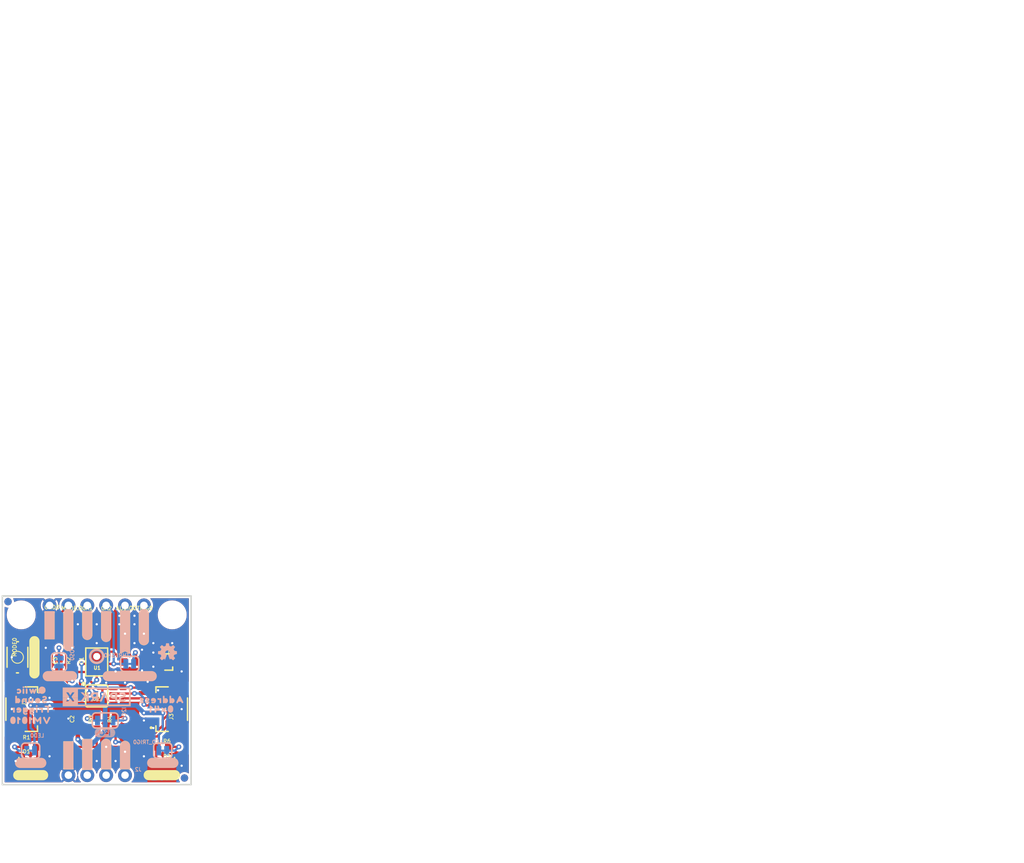
<source format=kicad_pcb>
(kicad_pcb (version 20211014) (generator pcbnew)
  (layers (0 "F.Cu" signal) (31 "B.Cu" signal) (34 "B.Paste" user) (35 "F.Paste" user) (36 "B.SilkS" user "B.Silkscreen") (37 "F.SilkS" user "F.Silkscreen") (38 "B.Mask" user) (39 "F.Mask" user) (44 "Edge.Cuts" user))
  (net 0 "")
  (net 1 "3.3V")
  (net 2 "GND")
  (net 3 "N$1")
  (net 4 "N$2")
  (net 5 "N$3")
  (net 6 "N$4")
  (net 7 "SDA")
  (net 8 "SCL")
  (net 9 "TRIG")
  (net 10 "MODE")
  (net 11 "GA2")
  (net 12 "GA1")
  (net 13 "AUDIO")
  (net 14 "N$5")
  (net 15 "N$6")
  (net 16 "N$7")
  (net 17 "N$8")
  (net 18 "N$9")
  (footprint "eagleBoard:#PWR#0" (layer "F.Cu") (at 139.6111 116.4336)
    (fp_text reference "U$13" hide)
    (fp_text value "" hide)
  )
  (footprint "eagleBoard:MSOP8" (layer "F.Cu") (at 148.5011 105.7656)
    (fp_text reference "U2" (at -0.635 0.381) (layer "F.SilkS") (effects (font (size 0.516128 0.516128) (thickness 0.093472)) (justify left)))
    (fp_text value "PCA9536" hide)
    (pad "1" smd roundrect (at -2.25 -0.975 270) (size 0.4 1.1) (layers "F.Cu" "F.Paste" "F.Mask") (roundrect_rratio 0.127) (net 10 "MODE"))
    (pad "2" smd roundrect (at -2.25 -0.325 270) (size 0.4 1.1) (layers "F.Cu" "F.Paste" "F.Mask") (roundrect_rratio 0.127) (net 9 "TRIG"))
    (pad "3" smd roundrect (at -2.25 0.325 270) (size 0.4 1.1) (layers "F.Cu" "F.Paste" "F.Mask") (roundrect_rratio 0.127))
    (pad "4" smd roundrect (at -2.25 0.975 270) (size 0.4 1.1) (layers "F.Cu" "F.Paste" "F.Mask") (roundrect_rratio 0.127) (net 2 "GND"))
    (pad "5" smd roundrect (at 2.25 0.975 270) (size 0.4 1.1) (layers "F.Cu" "F.Paste" "F.Mask") (roundrect_rratio 0.127))
    (pad "6" smd roundrect (at 2.25 0.325 270) (size 0.4 1.1) (layers "F.Cu" "F.Paste" "F.Mask") (roundrect_rratio 0.127) (net 8 "SCL"))
    (pad "7" smd roundrect (at 2.25 -0.325 270) (size 0.4 1.1) (layers "F.Cu" "F.Paste" "F.Mask") (roundrect_rratio 0.127) (net 7 "SDA"))
    (pad "8" smd roundrect (at 2.25 -0.975 270) (size 0.4 1.1) (layers "F.Cu" "F.Paste" "F.Mask") (roundrect_rratio 0.127) (net 1 "3.3V"))
  )
  (footprint "eagleBoard:TACTILE_SWITCH_SMD_4.6X2.8MM" (layer "F.Cu") (at 137.8331 100.5586 -90)
    (fp_text reference "MODE0" (at 0 0.381 90) (layer "F.SilkS") (effects (font (size 0.512064 0.512064) (thickness 0.097536)) (justify left)))
    (fp_text value "MOMENTARY-SWITCH-SPST-SMD-4.6X2.8MM" hide)
    (pad "1" smd roundrect (at -2.05 0.8 270) (size 0.9 1) (layers "F.Cu" "F.Paste" "F.Mask") (roundrect_rratio 0.05644444444) (net 2 "GND"))
    (pad "2" smd roundrect (at 2.05 0.8 270) (size 0.9 1) (layers "F.Cu" "F.Paste" "F.Mask") (roundrect_rratio 0.05644444444) (net 2 "GND"))
    (pad "3" smd roundrect (at 2.05 -0.8 270) (size 0.9 1) (layers "F.Cu" "F.Paste" "F.Mask") (roundrect_rratio 0.05644444444) (net 10 "MODE"))
    (pad "4" smd roundrect (at -2.05 -0.8 270) (size 0.9 1) (layers "F.Cu" "F.Paste" "F.Mask") (roundrect_rratio 0.05644444444) (net 10 "MODE"))
  )
  (footprint "eagleBoard:#AUDIO#0" (layer "F.Cu") (at 152.3111 97.0026 -90)
    (fp_text reference "U$6" hide)
    (fp_text value "" hide)
  )
  (footprint "eagleBoard:FIDUCIAL-1X2" (layer "F.Cu") (at 136.5631 93.0656)
    (fp_text reference "JP6" hide)
    (fp_text value "FIDUCIAL1X2" hide)
    (pad "1" smd roundrect (at 0 0) (size 1 1) (layers "F.Cu" "F.Mask") (roundrect_rratio 0.5))
  )
  (footprint "eagleBoard:0603" (layer "F.Cu") (at 157.3911 112.6236)
    (fp_text reference "R6" (at 0 -0.762) (layer "F.SilkS") (effects (font (size 0.512064 0.512064) (thickness 0.097536)) (justify left)))
    (fp_text value "1k" hide)
    (pad "1" smd roundrect (at -0.85 0) (size 1.1 1) (layers "F.Cu" "F.Paste" "F.Mask") (roundrect_rratio 0.0508) (net 16 "N$7"))
    (pad "2" smd roundrect (at 0.85 0) (size 1.1 1) (layers "F.Cu" "F.Paste" "F.Mask") (roundrect_rratio 0.0508) (net 17 "N$8"))
  )
  (footprint "eagleBoard:#SDA#0" (layer "F.Cu") (at 149.7711 113.7666 -90)
    (fp_text reference "U$21" hide)
    (fp_text value "" hide)
  )
  (footprint "eagleBoard:CREATIVE_COMMONS" (layer "F.Cu") (at 190.4111 127.8636)
    (fp_text reference "FRAME1" hide)
    (fp_text value "FRAME-LETTER" hide)
  )
  (footprint "eagleBoard:0603" (layer "F.Cu") (at 151.0411 109.4486 90)
    (fp_text reference "R4" (at 0 -0.762 90) (layer "F.SilkS") (effects (font (size 0.512064 0.512064) (thickness 0.097536)) (justify left)))
    (fp_text value "2.2k" hide)
    (pad "1" smd roundrect (at -0.85 0 90) (size 1.1 1) (layers "F.Cu" "F.Paste" "F.Mask") (roundrect_rratio 0.0508) (net 8 "SCL"))
    (pad "2" smd roundrect (at 0.85 0 90) (size 1.1 1) (layers "F.Cu" "F.Paste" "F.Mask") (roundrect_rratio 0.0508) (net 3 "N$1"))
  )
  (footprint "eagleBoard:1X01_NO_SILK" (layer "F.Cu") (at 152.3111 93.5736)
    (fp_text reference "AUDIO0" (at -1.27 0.381) (layer "F.SilkS") (effects (font (size 0.512064 0.512064) (thickness 0.097536)) (justify left)))
    (fp_text value "")
    (pad "1" thru_hole circle (at 0 0 90) (size 1.8796 1.8796) (drill 1.016) (layers *.Cu *.Mask) (net 13 "AUDIO"))
  )
  (footprint "eagleBoard:1X01_NO_SILK" (layer "F.Cu") (at 144.6911 93.5736)
    (fp_text reference "MODE.0" (at -1.016 0.381) (layer "F.SilkS") (effects (font (size 0.512064 0.512064) (thickness 0.097536)) (justify left)))
    (fp_text value "")
    (pad "1" thru_hole circle (at 0 0 90) (size 1.8796 1.8796) (drill 1.016) (layers *.Cu *.Mask) (net 10 "MODE"))
  )
  (footprint "eagleBoard:0603" (layer "F.Cu") (at 141.6431 101.5746 90)
    (fp_text reference "C3" (at 0 1.27 90) (layer "F.SilkS") (effects (font (size 0.512064 0.512064) (thickness 0.097536)) (justify left)))
    (fp_text value "0.1uF" hide)
    (pad "1" smd roundrect (at -0.85 0 90) (size 1.1 1) (layers "F.Cu" "F.Paste" "F.Mask") (roundrect_rratio 0.0508) (net 10 "MODE"))
    (pad "2" smd roundrect (at 0.85 0 90) (size 1.1 1) (layers "F.Cu" "F.Paste" "F.Mask") (roundrect_rratio 0.0508) (net 2 "GND"))
  )
  (footprint "eagleBoard:0603" (layer "F.Cu") (at 145.1991 101.5746 90)
    (fp_text reference "C1" (at 0 1.27 90) (layer "F.SilkS") (effects (font (size 0.512064 0.512064) (thickness 0.097536)) (justify left)))
    (fp_text value "0.1uF" hide)
    (pad "1" smd roundrect (at -0.85 0 90) (size 1.1 1) (layers "F.Cu" "F.Paste" "F.Mask") (roundrect_rratio 0.0508) (net 1 "3.3V"))
    (pad "2" smd roundrect (at 0.85 0 90) (size 1.1 1) (layers "F.Cu" "F.Paste" "F.Mask") (roundrect_rratio 0.0508) (net 2 "GND"))
  )
  (footprint "eagleBoard:#3#3V#0" (layer "F.Cu") (at 147.2311 113.6396 -90)
    (fp_text reference "U$19" hide)
    (fp_text value "" hide)
  )
  (footprint "eagleBoard:JST04_1MM_RA" (layer "F.Cu") (at 140.8811 107.5436 -90)
    (fp_text reference "J1" (at -1.397 2.159 90) (layer "F.SilkS") (effects (font (size 0.512064 0.512064) (thickness 0.097536)) (justify right)))
    (fp_text value "Qwiic Right Angle" hide)
    (pad "1" smd roundrect (at -1.5 0 270) (size 0.6 1.35) (layers "F.Cu" "F.Paste" "F.Mask") (roundrect_rratio 0.08466666667) (net 2 "GND"))
    (pad "2" smd roundrect (at -0.5 0 270) (size 0.6 1.35) (layers "F.Cu" "F.Paste" "F.Mask") (roundrect_rratio 0.08466666667) (net 1 "3.3V"))
    (pad "3" smd roundrect (at 0.5 0 270) (size 0.6 1.35) (layers "F.Cu" "F.Paste" "F.Mask") (roundrect_rratio 0.08466666667) (net 7 "SDA"))
    (pad "4" smd roundrect (at 1.5 0 270) (size 0.6 1.35) (layers "F.Cu" "F.Paste" "F.Mask") (roundrect_rratio 0.08466666667) (net 8 "SCL"))
    (pad "NC1" smd roundrect (at 2.8 3.675 270) (size 1.2 2) (layers "F.Cu" "F.Paste" "F.Mask") (roundrect_rratio 0.04233333333))
    (pad "NC2" smd roundrect (at -2.8 3.675 270) (size 1.2 2) (layers "F.Cu" "F.Paste" "F.Mask") (roundrect_rratio 0.04233333333))
  )
  (footprint "eagleBoard:0603" (layer "F.Cu") (at 143.4211 101.5746 90)
    (fp_text reference "R2" (at 0 1.27 90) (layer "F.SilkS") (effects (font (size 0.512064 0.512064) (thickness 0.097536)) (justify left)))
    (fp_text value "2.2k" hide)
    (pad "1" smd roundrect (at -0.85 0 90) (size 1.1 1) (layers "F.Cu" "F.Paste" "F.Mask") (roundrect_rratio 0.0508) (net 10 "MODE"))
    (pad "2" smd roundrect (at 0.85 0 90) (size 1.1 1) (layers "F.Cu" "F.Paste" "F.Mask") (roundrect_rratio 0.0508) (net 14 "N$5"))
  )
  (footprint "eagleBoard:0603" (layer "F.Cu") (at 148.5011 109.4486 90)
    (fp_text reference "R3" (at 0 -0.762 90) (layer "F.SilkS") (effects (font (size 0.512064 0.512064) (thickness 0.097536)) (justify left)))
    (fp_text value "2.2k" hide)
    (pad "1" smd roundrect (at -0.85 0 90) (size 1.1 1) (layers "F.Cu" "F.Paste" "F.Mask") (roundrect_rratio 0.0508) (net 7 "SDA"))
    (pad "2" smd roundrect (at 0.85 0 90) (size 1.1 1) (layers "F.Cu" "F.Paste" "F.Mask") (roundrect_rratio 0.0508) (net 4 "N$2"))
  )
  (footprint "eagleBoard:1X01_NO_SILK" (layer "F.Cu") (at 147.2311 93.5736)
    (fp_text reference "GA1" (at -0.762 0.381) (layer "F.SilkS") (effects (font (size 0.512064 0.512064) (thickness 0.097536)) (justify left)))
    (fp_text value "")
    (pad "1" thru_hole circle (at 0 0 90) (size 1.8796 1.8796) (drill 1.016) (layers *.Cu *.Mask) (net 12 "GA1"))
  )
  (footprint "eagleBoard:#MODE#0" (layer "F.Cu") (at 144.6911 96.8756 -90)
    (fp_text reference "U$8" hide)
    (fp_text value "" hide)
  )
  (footprint "eagleBoard:#GND#0" (layer "F.Cu") (at 142.1511 96.2406 -90)
    (fp_text reference "U$39" hide)
    (fp_text value "" hide)
  )
  (footprint "eagleBoard:1X01_NO_SILK" (layer "F.Cu") (at 154.8511 93.5736)
    (fp_text reference "TRIG0" (at -1.016 0.381) (layer "F.SilkS") (effects (font (size 0.512064 0.512064) (thickness 0.097536)) (justify left)))
    (fp_text value "")
    (pad "1" thru_hole circle (at 0 0 90) (size 1.8796 1.8796) (drill 1.016) (layers *.Cu *.Mask) (net 9 "TRIG"))
  )
  (footprint "eagleBoard:ORDERING_INSTRUCTIONS" (layer "F.Cu") (at 170.0911 66.9036)
    (fp_text reference "LOGO2" hide)
    (fp_text value "SPECIAL_INSTRUCTIONS-ORDERING" hide)
  )
  (footprint "eagleBoard:0603" (layer "F.Cu") (at 152.9461 101.1936)
    (fp_text reference "R5" (at 0 1.524) (layer "F.SilkS") (effects (font (size 0.512064 0.512064) (thickness 0.097536)) (justify left)))
    (fp_text value "20k" hide)
    (pad "1" smd roundrect (at -0.85 0) (size 1.1 1) (layers "F.Cu" "F.Paste" "F.Mask") (roundrect_rratio 0.0508) (net 12 "GA1"))
    (pad "2" smd roundrect (at 0.85 0) (size 1.1 1) (layers "F.Cu" "F.Paste" "F.Mask") (roundrect_rratio 0.0508) (net 15 "N$6"))
  )
  (footprint "eagleBoard:1X01_NO_SILK" (layer "F.Cu") (at 142.1511 93.5736)
    (fp_text reference "GND0" (at -0.762 0.254) (layer "F.SilkS") (effects (font (size 0.512064 0.512064) (thickness 0.097536)) (justify left)))
    (fp_text value "")
    (pad "1" thru_hole circle (at 0 0 90) (size 1.8796 1.8796) (drill 1.016) (layers *.Cu *.Mask) (net 2 "GND"))
  )
  (footprint "eagleBoard:FIDUCIAL-1X2" (layer "F.Cu") (at 160.3121 116.8146)
    (fp_text reference "JP2" hide)
    (fp_text value "FIDUCIAL1X2" hide)
    (pad "1" smd roundrect (at 0 0) (size 1 1) (layers "F.Cu" "F.Mask") (roundrect_rratio 0.5))
  )
  (footprint "eagleBoard:#SCL#0" (layer "F.Cu") (at 152.3111 113.8936 -90)
    (fp_text reference "U$23" hide)
    (fp_text value "" hide)
  )
  (footprint "eagleBoard:VM1010" (layer "F.Cu") (at 148.5011 101.1936 -90)
    (fp_text reference "U1" (at 0.794 0.48) (layer "F.SilkS") (effects (font (size 0.460045 0.460045) (thickness 0.149555)) (justify left)))
    (fp_text value "VM1010" hide)
    (fp_circle (center -0.75 0) (end -0.12 0) (layer "F.Cu") (width 0.3) (fill none))
    (pad "" np_thru_hole circle (at -0.75 0 270) (size 0.75 0.75) (drill 0.75) (layers *.Cu *.Mask))
    (pad "1" smd roundrect (at 1.35 -0.965 270) (size 0.65 0.65) (layers "F.Cu") (roundrect_rratio 0.5) (net 13 "AUDIO"))
    (pad "2" smd roundrect (at 0.25 -1.015 270) (size 0.46 0.46) (layers "F.Cu") (roundrect_rratio 0.5) (net 11 "GA2"))
    (pad "3" smd roundrect (at -1.39 -1.015 270) (size 0.46 0.46) (layers "F.Cu") (roundrect_rratio 0.5) (net 12 "GA1"))
    (pad "4" smd roundrect (at -1.39 1.015 270) (size 0.46 0.46) (layers "F.Cu") (roundrect_rratio 0.5) (net 2 "GND"))
    (pad "5" smd roundrect (at 0.25 1.015 270) (size 0.46 0.46) (layers "F.Cu") (roundrect_rratio 0.5) (net 10 "MODE"))
    (pad "6" smd roundrect (at 1.35 0.965 270) (size 0.65 0.65) (layers "F.Cu") (roundrect_rratio 0.5) (net 1 "3.3V"))
    (pad "7" smd roundrect (at 1.35 0 270) (size 0.6 0.6) (layers "F.Cu") (roundrect_rratio 0.5) (net 9 "TRIG"))
    (pad "8" smd roundrect (at -1.38 0 270) (size 0.25 0.25) (layers "F.Cu") (roundrect_rratio 0.2032) (net 2 "GND"))
  )
  (footprint "eagleBoard:#TRIG#0" (layer "F.Cu") (at 154.8511 96.4946 -90)
    (fp_text reference "U$11" hide)
    (fp_text value "" hide)
  )
  (footprint "eagleBoard:0603" (layer "F.Cu") (at 139.6111 112.6236 180)
    (fp_text reference "R1" (at 0 1.27) (layer "F.SilkS") (effects (font (size 0.512064 0.512064) (thickness 0.097536)) (justify right)))
    (fp_text value "1k" hide)
    (pad "1" smd roundrect (at -0.85 0 180) (size 1.1 1) (layers "F.Cu" "F.Paste" "F.Mask") (roundrect_rratio 0.0508) (net 5 "N$3"))
    (pad "2" smd roundrect (at 0.85 0 180) (size 1.1 1) (layers "F.Cu" "F.Paste" "F.Mask") (roundrect_rratio 0.0508) (net 6 "N$4"))
  )
  (footprint "eagleBoard:#GA1#0" (layer "F.Cu") (at 147.2311 96.1136 -90)
    (fp_text reference "U$1" hide)
    (fp_text value "" hide)
  )
  (footprint "eagleBoard:STAND-OFF" (layer "F.Cu") (at 158.6611 94.8436)
    (fp_text reference "JP4" hide)
    (fp_text value "STAND-OFF" hide)
    (pad "" np_thru_hole circle (at 0 0) (size 3.302 3.302) (drill 3.302) (layers *.Cu *.Mask))
  )
  (footprint "eagleBoard:LED-0603" (layer "F.Cu") (at 157.3911 114.5286)
    (fp_text reference "D2" (at 0 -0.635) (layer "F.SilkS") (effects (font (size 0.512064 0.512064) (thickness 0.097536)) (justify left)))
    (fp_text value "RED" hide)
    (pad "A" smd roundrect (at -0.877 0 270) (size 1 1) (layers "F.Cu" "F.Paste" "F.Mask") (roundrect_rratio 0.15) (net 16 "N$7"))
    (pad "C" smd roundrect (at 0.877 0 270) (size 1 1) (layers "F.Cu" "F.Paste" "F.Mask") (roundrect_rratio 0.15) (net 18 "N$9"))
  )
  (footprint "eagleBoard:#MODE#0" (layer "F.Cu") (at 140.1191 100.5586 -90)
    (fp_text reference "U$25" hide)
    (fp_text value "" hide)
  )
  (footprint "eagleBoard:#GA2#0" (layer "F.Cu") (at 149.7711 96.2406 -90)
    (fp_text reference "U$4" hide)
    (fp_text value "" hide)
  )
  (footprint "eagleBoard:0603" (layer "F.Cu") (at 145.9611 109.4486 90)
    (fp_text reference "C2" (at 0 -0.762 90) (layer "F.SilkS") (effects (font (size 0.512064 0.512064) (thickness 0.097536)) (justify left)))
    (fp_text value "1.0uF" hide)
    (pad "1" smd roundrect (at -0.85 0 90) (size 1.1 1) (layers "F.Cu" "F.Paste" "F.Mask") (roundrect_rratio 0.0508) (net 1 "3.3V"))
    (pad "2" smd roundrect (at 0.85 0 90) (size 1.1 1) (layers "F.Cu" "F.Paste" "F.Mask") (roundrect_rratio 0.0508) (net 2 "GND"))
  )
  (footprint "eagleBoard:1X01_NO_SILK" (layer "F.Cu") (at 149.7711 93.5736)
    (fp_text reference "GA2" (at -0.762 0.381) (layer "F.SilkS") (effects (font (size 0.512064 0.512064) (thickness 0.097536)) (justify left)))
    (fp_text value "")
    (pad "1" thru_hole circle (at 0 0 90) (size 1.8796 1.8796) (drill 1.016) (layers *.Cu *.Mask) (net 11 "GA2"))
  )
  (footprint "eagleBoard:#TRIG#0" (layer "F.Cu") (at 157.2641 116.4336)
    (fp_text reference "U$35" hide)
    (fp_text value "" hide)
  )
  (footprint "eagleBoard:PRODUCTION_INSTRUCTIONS" (layer "F.Cu") (at 170.0911 12.2936)
    (fp_text reference "LOGO3" hide)
    (fp_text value "SPECIAL_INSTRUCTIONS-PRODUCTION" hide)
  )
  (footprint "eagleBoard:#GND#0" (layer "F.Cu") (at 144.6911 113.7666 -90)
    (fp_text reference "U$17" hide)
    (fp_text value "" hide)
  )
  (footprint "eagleBoard:STAND-OFF" (layer "F.Cu") (at 138.3411 94.8436)
    (fp_text reference "JP3" hide)
    (fp_text value "STAND-OFF" hide)
    (pad "" np_thru_hole circle (at 0 0) (size 3.302 3.302) (drill 3.302) (layers *.Cu *.Mask))
  )
  (footprint "eagleBoard:JST04_1MM_RA" (layer "F.Cu") (at 156.1211 107.5436 90)
    (fp_text reference "J3" (at -1.524 2.413 90) (layer "F.SilkS") (effects (font (size 0.512064 0.512064) (thickness 0.097536)) (justify left)))
    (fp_text value "Qwiic Right Angle" hide)
    (pad "1" smd roundrect (at -1.5 0 90) (size 0.6 1.35) (layers "F.Cu" "F.Paste" "F.Mask") (roundrect_rratio 0.08466666667) (net 2 "GND"))
    (pad "2" smd roundrect (at -0.5 0 90) (size 0.6 1.35) (layers "F.Cu" "F.Paste" "F.Mask") (roundrect_rratio 0.08466666667) (net 1 "3.3V"))
    (pad "3" smd roundrect (at 0.5 0 90) (size 0.6 1.35) (layers "F.Cu" "F.Paste" "F.Mask") (roundrect_rratio 0.08466666667) (net 7 "SDA"))
    (pad "4" smd roundrect (at 1.5 0 90) (size 0.6 1.35) (layers "F.Cu" "F.Paste" "F.Mask") (roundrect_rratio 0.08466666667) (net 8 "SCL"))
    (pad "NC1" smd roundrect (at 2.8 3.675 90) (size 1.2 2) (layers "F.Cu" "F.Paste" "F.Mask") (roundrect_rratio 0.04233333333))
    (pad "NC2" smd roundrect (at -2.8 3.675 90) (size 1.2 2) (layers "F.Cu" "F.Paste" "F.Mask") (roundrect_rratio 0.04233333333))
  )
  (footprint "eagleBoard:LED-0603" (layer "F.Cu") (at 139.6111 114.5286 180)
    (fp_text reference "D1" (at 0 1.27) (layer "F.SilkS") (effects (font (size 0.512064 0.512064) (thickness 0.097536)) (justify right)))
    (fp_text value "RED" hide)
    (pad "A" smd roundrect (at -0.877 0 90) (size 1 1) (layers "F.Cu" "F.Paste" "F.Mask") (roundrect_rratio 0.15) (net 5 "N$3"))
    (pad "C" smd roundrect (at 0.877 0 90) (size 1 1) (layers "F.Cu" "F.Paste" "F.Mask") (roundrect_rratio 0.15) (net 2 "GND"))
  )
  (footprint "eagleBoard:SOT323" (layer "F.Cu") (at 158.0261 101.1936 -90)
    (fp_text reference "Q1" (at -1.27 0) (layer "F.SilkS") (effects (font (size 0.512064 0.512064) (thickness 0.097536)) (justify left)))
    (fp_text value "310mA/60V/1.6Ω" hide)
    (pad "1" smd roundrect (at -0.65 0.925 270) (size 0.7 0.7) (layers "F.Cu" "F.Paste" "F.Mask") (roundrect_rratio 0.07257142857) (net 9 "TRIG"))
    (pad "2" smd roundrect (at 0.65 0.925 270) (size 0.7 0.7) (layers "F.Cu" "F.Paste" "F.Mask") (roundrect_rratio 0.07257142857) (net 2 "GND"))
    (pad "3" smd roundrect (at 0 -0.925 270) (size 0.7 0.7) (layers "F.Cu" "F.Paste" "F.Mask") (roundrect_rratio 0.07257142857) (net 18 "N$9"))
  )
  (footprint "eagleBoard:SOUND0" (layer "B.Cu") (at 139.6111 106.2736 180)
    (fp_text reference "U$30" hide)
    (fp_text value "" hide)
  )
  (footprint "eagleBoard:ADDRESS0" (layer "B.Cu") (at 157.1371 106.2736 180)
    (fp_text reference "U$33" hide)
    (fp_text value "" hide)
  )
  (footprint "eagleBoard:SMT-JUMPER_2_NC_TRACE_SILK" (layer "B.Cu") (at 143.4211 101.1936 -90)
    (fp_text reference "WOS0" (at -0.127 -1.778 -270) (layer "B.SilkS") (effects (font (size 0.512064 0.512064) (thickness 0.097536)) (justify right mirror)))
    (fp_text value "")
    (fp_poly (pts (xy 0.1905 -0.13335) (xy -0.70485 -0.13335) (xy -0.70485 0.13335) (xy 0.1905 0.13335)) (layer "B.Cu") (width 0) (fill solid))
    (pad "1" smd roundrect (at -0.5207 0 270) (size 0.6604 1.27) (layers "B.Cu" "B.Mask") (roundrect_rratio 0.07692307692) (net 14 "N$5"))
    (pad "2" smd roundrect (at 0.5207 0 270) (size 0.6604 1.27) (layers "B.Cu" "B.Mask") (roundrect_rratio 0.07692307692) (net 1 "3.3V"))
  )
  (footprint "eagleBoard:#TRIG#0" (layer "B.Cu") (at 154.8511 96.4946 -90)
    (fp_text reference "U$12" hide)
    (fp_text value "" hide)
  )
  (footprint "eagleBoard:#THRESH#0" (layer "B.Cu") (at 152.9461 103.0986 180)
    (fp_text reference "U$15" hide)
    (fp_text value "" hide)
  )
  (footprint "eagleBoard:#GA1#0" (layer "B.Cu") (at 147.2311 96.1136 -90)
    (fp_text reference "U$3" hide)
    (fp_text value "" hide)
  )
  (footprint "eagleBoard:SMT-JUMPER_2_NC_TRACE_SILK" (layer "B.Cu") (at 157.3911 113.1316 180)
    (fp_text reference "LED_TRIG0" (at 0 1.143) (layer "B.SilkS") (effects (font (size 0.512064 0.512064) (thickness 0.097536)) (justify left mirror)))
    (fp_text value "")
    (fp_poly (pts (xy 0.1905 -0.13335) (xy -0.70485 -0.13335) (xy -0.70485 0.13335) (xy 0.1905 0.13335)) (layer "B.Cu") (width 0) (fill solid))
    (pad "1" smd roundrect (at -0.5207 0 180) (size 0.6604 1.27) (layers "B.Cu" "B.Mask") (roundrect_rratio 0.07692307692) (net 17 "N$8"))
    (pad "2" smd roundrect (at 0.5207 0 180) (size 0.6604 1.27) (layers "B.Cu" "B.Mask") (roundrect_rratio 0.07692307692) (net 1 "3.3V"))
  )
  (footprint "eagleBoard:#SDA#0" (layer "B.Cu") (at 149.7711 113.7666 -90)
    (fp_text reference "U$22" hide)
    (fp_text value "" hide)
  )
  (footprint "eagleBoard:0X410" (layer "B.Cu") (at 157.1371 107.5436 180)
    (fp_text reference "U$34" hide)
    (fp_text value "" hide)
  )
  (footprint "eagleBoard:SMT-JUMPER_2_NC_TRACE_SILK" (layer "B.Cu") (at 139.6111 113.1316)
    (fp_text reference "LED0" (at -0.127 -2.032) (layer "B.SilkS") (effects (font (size 0.512064 0.512064) (thickness 0.097536)) (justify right mirror)))
    (fp_text value "" hide)
    (fp_poly (pts (xy 0.1905 -0.13335) (xy -0.70485 -0.13335) (xy -0.70485 0.13335) (xy 0.1905 0.13335)) (layer "B.Cu") (width 0) (fill solid))
    (pad "1" smd roundrect (at -0.5207 0) (size 0.6604 1.27) (layers "B.Cu" "B.Mask") (roundrect_rratio 0.07692307692) (net 6 "N$4"))
    (pad "2" smd roundrect (at 0.5207 0) (size 0.6604 1.27) (layers "B.Cu" "B.Mask") (roundrect_rratio 0.07692307692) (net 1 "3.3V"))
  )
  (footprint "eagleBoard:1X04_NO_SILK" (layer "B.Cu") (at 144.6911 116.4336)
    (fp_text reference "J2" (at 8.89 -0.762) (layer "B.SilkS") (effects (font (size 0.512064 0.512064) (thickness 0.097536)) (justify right mirror)))
    (fp_text value "PTH" hide)
    (pad "1" thru_hole circle (at 0 0 270) (size 1.8796 1.8796) (drill 1.016) (layers *.Cu *.Mask) (net 2 "GND"))
    (pad "2" thru_hole circle (at 2.54 0 270) (size 1.8796 1.8796) (drill 1.016) (layers *.Cu *.Mask) (net 1 "3.3V"))
    (pad "3" thru_hole circle (at 5.08 0 270) (size 1.8796 1.8796) (drill 1.016) (layers *.Cu *.Mask) (net 7 "SDA"))
    (pad "4" thru_hole circle (at 7.62 0 270) (size 1.8796 1.8796) (drill 1.016) (layers *.Cu *.Mask) (net 8 "SCL"))
  )
  (footprint "eagleBoard:#SCL#0" (layer "B.Cu") (at 152.3111 113.8936 -90)
    (fp_text reference "U$24" hide)
    (fp_text value "" hide)
  )
  (footprint "eagleBoard:SMT-JUMPER_3_2-NC_TRACE_SILK" (layer "B.Cu") (at 149.6441 109.0676 180)
    (fp_text reference "I2C0" (at -2.54 0 270) (layer "B.SilkS") (effects (font (size 0.512064 0.512064) (thickness 0.097536)) (justify right mirror)))
    (fp_text value "JUMPER-SMT_3_2-NC_TRACE_SILK" hide)
    (fp_poly (pts (xy 0.7112 -0.13335) (xy -0.7112 -0.13335) (xy -0.7112 0.13335) (xy 0.7112 0.13335)) (layer "B.Cu") (width 0) (fill solid))
    (pad "1" smd roundrect (at -1.0414 0 180) (size 0.6604 1.27) (layers "B.Cu" "B.Mask") (roundrect_rratio 0.07692307692) (net 3 "N$1"))
    (pad "2" smd roundrect (at 0 0 180) (size 0.6604 1.27) (layers "B.Cu" "B.Mask") (roundrect_rratio 0.07692307692) (net 1 "3.3V"))
    (pad "3" smd roundrect (at 1.0414 0 180) (size 0.6604 1.27) (layers "B.Cu" "B.Mask") (roundrect_rratio 0.07692307692) (net 4 "N$2"))
  )
  (footprint "eagleBoard:#LED#0" (layer "B.Cu") (at 139.6111 114.7826 180)
    (fp_text reference "U$14" hide)
    (fp_text value "" hide)
  )
  (footprint "eagleBoard:#LED#0" (layer "B.Cu") (at 157.3911 114.7826 180)
    (fp_text reference "U$36" hide)
    (fp_text value "" hide)
  )
  (footprint "eagleBoard:#WOS#0" (layer "B.Cu") (at 143.5481 103.0986 180)
    (fp_text reference "U$16" hide)
    (fp_text value "" hide)
  )
  (footprint "eagleBoard:OSHW-LOGO-MINI" (layer "B.Cu") (at 158.0261 99.9236 180)
    (fp_text reference "LOGO1" hide)
    (fp_text value "OSHW-LOGOMINI" hide)
  )
  (footprint "eagleBoard:FIDUCIAL-1X2" (layer "B.Cu") (at 160.3121 116.8146 180)
    (fp_text reference "JP5" hide)
    (fp_text value "FIDUCIAL1X2" hide)
    (pad "1" smd roundrect (at 0 0 180) (size 1 1) (layers "B.Cu" "B.Mask") (roundrect_rratio 0.5))
  )
  (footprint "eagleBoard:FIDUCIAL-1X2" (layer "B.Cu") (at 136.5631 93.0656 180)
    (fp_text reference "JP1" hide)
    (fp_text value "FIDUCIAL1X2" hide)
    (pad "1" smd roundrect (at 0 0 180) (size 1 1) (layers "B.Cu" "B.Mask") (roundrect_rratio 0.5))
  )
  (footprint "eagleBoard:#MODE#0" (layer "B.Cu") (at 144.6911 96.8756 -90)
    (fp_text reference "U$9" hide)
    (fp_text value "" hide)
  )
  (footprint "eagleBoard:SMT-JUMPER_2_NC_TRACE_SILK" (layer "B.Cu") (at 152.9461 101.4476 180)
    (fp_text reference "THRESH0" (at 0 1.143) (layer "B.SilkS") (effects (font (size 0.512064 0.512064) (thickness 0.097536)) (justify left mirror)))
    (fp_text value "")
    (fp_poly (pts (xy 0.1905 -0.13335) (xy -0.70485 -0.13335) (xy -0.70485 0.13335) (xy 0.1905 0.13335)) (layer "B.Cu") (width 0) (fill solid))
    (pad "1" smd roundrect (at -0.5207 0 180) (size 0.6604 1.27) (layers "B.Cu" "B.Mask") (roundrect_rratio 0.07692307692) (net 15 "N$6"))
    (pad "2" smd roundrect (at 0.5207 0 180) (size 0.6604 1.27) (layers "B.Cu" "B.Mask") (roundrect_rratio 0.07692307692) (net 11 "GA2"))
  )
  (footprint "eagleBoard:#GND#0" (layer "B.Cu") (at 144.6911 113.7666 -90)
    (fp_text reference "U$18" hide)
    (fp_text value "" hide)
  )
  (footprint "eagleBoard:#3#3V#0" (layer "B.Cu") (at 147.2311 113.6396 -90)
    (fp_text reference "U$20" hide)
    (fp_text value "" hide)
  )
  (footprint "eagleBoard:#GA2#0" (layer "B.Cu") (at 149.7711 96.2406 -90)
    (fp_text reference "U$5" hide)
    (fp_text value "" hide)
  )
  (footprint "eagleBoard:#GND#0" (layer "B.Cu") (at 142.1511 96.2406 -90)
    (fp_text reference "U$38" hide)
    (fp_text value "" hide)
  )
  (footprint "eagleBoard:VM10100" (layer "B.Cu") (at 139.4841 109.0676 180)
    (fp_text reference "U$32" hide)
    (fp_text value "" hide)
  )
  (footprint "eagleBoard:TRIGGER0" (layer "B.Cu") (at 139.6111 107.5436 180)
    (fp_text reference "U$31" hide)
    (fp_text value "" hide)
  )
  (footprint "eagleBoard:QWIIC0" (layer "B.Cu") (at 139.6111 105.0036 180)
    (fp_text reference "U$29" hide)
    (fp_text value "" hide)
  )
  (footprint "eagleBoard:#AUDIO#0" (layer "B.Cu") (at 152.3111 97.0026 -90)
    (fp_text reference "U$7" hide)
    (fp_text value "" hide)
  )
  (footprint "eagleBoard:SPARKX-MEDIUM" (layer "B.Cu") (at 148.5011 105.8926 180)
    (fp_text reference "U$2" hide)
    (fp_text value "SPARKX-LOGO4" hide)
  )
  (footprint "eagleBoard:I_SUPER2_C-()-03" (layer "B.Cu") (at 151.0411 110.7186 180)
    (fp_text reference "U$10" hide)
    (fp_text value "" hide)
  )
  (gr_arc (start 147.6121 100.4316) (mid 148.5011 99.5426) (end 149.3901 100.4316) (layer "B.SilkS") (width 0.3048))
  (gr_arc (start 149.3901 100.4316) (mid 148.5011 101.3206) (end 147.6121 100.4316) (layer "B.SilkS") (width 0.3048))
  (gr_line (start 135.8011 92.3036) (end 161.2011 92.3036) (layer "Edge.Cuts") (width 0.2032))
  (gr_line (start 161.2011 92.3036) (end 161.2011 117.7036) (layer "Edge.Cuts") (width 0.2032))
  (gr_line (start 135.8011 117.7036) (end 135.8011 92.3036) (layer "Edge.Cuts") (width 0.2032))
  (gr_line (start 161.2011 117.7036) (end 135.8011 117.7036) (layer "Edge.Cuts") (width 0.2032))
  (gr_text "X01" (at 157.2641 116.5606) (layer "B.Cu") (effects (font (size 1.0795 1.0795) (thickness 0.1905)) (justify mirror)))
  (segment (start 154.8511 108.0516) (end 154.8591 108.0436) (width 0.6096) (layer "F.Cu") (net 1))
  (segment (start 145.9611 110.2986) (end 145.9611 111.6076) (width 0.6096) (layer "F.Cu") (net 1))
  (segment (start 156.1291 108.0516) (end 157.3911 108.0516) (width 0.6096) (layer "F.Cu") (net 1))
  (segment (start 147.5361 102.5436) (end 145.3181 102.5436) (width 0.3048) (layer "F.Cu") (net 1))
  (segment (start 148.6691 104.7906) (end 149.2631 104.7906) (width 0.3048) (layer "F.Cu") (net 1))
  (segment (start 154.8591 108.0436) (end 156.1211 108.0436) (width 0.6096) (layer "F.Cu") (net 1))
  (segment (start 145.1991 102.4246) (end 145.1991 103.7336) (width 0.3048) (layer "F.Cu") (net 1))
  (segment (start 149.2631 105.5116) (end 149.2631 104.7906) (width 0.3048) (layer "F.Cu") (net 1))
  (segment (start 140.8811 107.0436) (end 139.6191 107.0436) (width 0.6096) (layer "F.Cu") (net 1))
  (segment (start 140.8811 107.0436) (end 140.8891 107.0356) (width 0.6096) (layer "F.Cu") (net 1))
  (segment (start 145.3181 102.5436) (end 145.1991 102.4246) (width 0.3048) (layer "F.Cu") (net 1))
  (segment (start 147.5361 102.5436) (end 147.5361 103.6576) (width 0.3048) (layer "F.Cu") (net 1))
  (segment (start 140.8891 107.0356) (end 142.1511 107.0356) (width 0.6096) (layer "F.Cu") (net 1))
  (segment (start 147.5361 103.6576) (end 148.6691 104.7906) (width 0.3048) (layer "F.Cu") (net 1))
  (segment (start 156.1211 108.0436) (end 156.1291 108.0516) (width 0.6096) (layer "F.Cu") (net 1))
  (segment (start 149.2631 104.7906) (end 150.7511 104.7906) (width 0.3048) (layer "F.Cu") (net 1))
  (segment (start 139.6191 107.0436) (end 139.6111 107.0356) (width 0.254) (layer "F.Cu") (net 1))
  (via (at 149.2631 105.5116) (size 0.6556) (drill 0.3) (layers "F.Cu" "B.Cu") (net 1))
  (via (at 145.9611 111.6076) (size 0.6556) (drill 0.3) (layers "F.Cu" "B.Cu") (net 1))
  (via (at 157.3911 108.0516) (size 0.6556) (drill 0.3) (layers "F.Cu" "B.Cu") (net 1))
  (via (at 145.1991 103.7336) (size 0.6556) (drill 0.3) (layers "F.Cu" "B.Cu") (net 1))
  (via (at 154.8511 108.0516) (size 0.6556) (drill 0.3) (layers "F.Cu" "B.Cu") (net 1))
  (via (at 139.6111 107.0356) (size 0.6556) (drill 0.3) (layers "F.Cu" "B.Cu") (net 1))
  (via (at 142.1511 107.0356) (size 0.6556) (drill 0.3) (layers "F.Cu" "B.Cu") (net 1))
  (segment (start 157.3911 108.0516) (end 157.3911 110.4646) (width 0.3048) (layer "B.Cu") (net 1))
  (segment (start 145.9611 111.6076) (end 147.2311 112.8776) (width 0.6096) (layer "B.Cu") (net 1))
  (segment (start 139.6111 110.0836) (end 140.1318 110.6043) (width 0.3048) (layer "B.Cu") (net 1))
  (segment (start 139.6111 107.0356) (end 139.6111 110.0836) (width 0.3048) (layer "B.Cu") (net 1))
  (segment (start 156.8704 110.9853) (end 156.8704 113.1316) (width 0.3048) (layer "B.Cu") (net 1))
  (segment (start 157.3911 108.0516) (end 154.8511 108.0516) (width 0.6096) (layer "B.Cu") (net 1))
  (segment (start 144.6911 103.7336) (end 143.4211 102.4636) (width 0.3048) (layer "B.Cu") (net 1))
  (segment (start 142.1511 107.0356) (end 149.2631 107.0356) (width 0.6096) (layer "B.Cu") (net 1))
  (segment (start 140.1318 110.6043) (end 140.1318 113.1316) (width 0.3048) (layer "B.Cu") (net 1))
  (segment (start 139.6111 107.0356) (end 142.1511 107.0356) (width 0.6096) (layer "B.Cu") (net 1))
  (segment (start 147.2311 112.8776) (end 147.2311 116.4336) (width 0.6096) (layer "B.Cu") (net 1))
  (segment (start 149.6441 107.0356) (end 153.8351 107.0356) (width 0.6096) (layer "B.Cu") (net 1))
  (segment (start 144.6911 103.7336) (end 145.1991 103.7336) (width 0.3048) (layer "B.Cu") (net 1))
  (segment (start 143.4211 101.7143) (end 143.4211 102.4636) (width 0.3048) (layer "B.Cu") (net 1))
  (segment (start 157.3911 110.4646) (end 156.8704 110.9853) (width 0.3048) (layer "B.Cu") (net 1))
  (segment (start 149.6441 110.4646) (end 147.2311 112.8776) (width 0.6096) (layer "B.Cu") (net 1))
  (segment (start 153.8351 107.0356) (end 154.8511 108.0516) (width 0.6096) (layer "B.Cu") (net 1))
  (segment (start 149.6441 109.0676) (end 149.6441 110.4646) (width 0.6096) (layer "B.Cu") (net 1))
  (segment (start 149.2631 105.5116) (end 149.2631 107.0356) (width 0.6096) (layer "B.Cu") (net 1))
  (segment (start 149.2631 107.0356) (end 149.6441 107.0356) (width 0.6096) (layer "B.Cu") (net 1))
  (segment (start 149.6441 109.0676) (end 149.6441 107.0356) (width 0.6096) (layer "B.Cu") (net 1))
  (segment (start 137.0331 98.5086) (end 137.0711 98.5466) (width 0.3048) (layer "F.Cu") (net 2))
  (segment (start 139.6351 106.0436) (end 139.6111 106.0196) (width 0.6096) (layer "F.Cu") (net 2))
  (segment (start 147.8661 98.6536) (end 148.5011 98.6536) (width 0.3048) (layer "F.Cu") (net 2))
  (segment (start 156.1211 109.0436) (end 156.1211 110.0836) (width 0.6096) (layer "F.Cu") (net 2))
  (segment (start 157.1011 101.8436) (end 156.1361 101.8436) (width 0.3048) (layer "F.Cu") (net 2))
  (segment (start 156.0971 109.0676) (end 154.8511 109.0676) (width 0.6096) (layer "F.Cu") (net 2))
  (segment (start 137.0331 102.6086) (end 137.0331 100.5966) (width 0.3048) (layer "F.Cu") (net 2))
  (segment (start 147.4861 99.0336) (end 147.8661 98.6536) (width 0.3048) (layer "F.Cu") (net 2))
  (segment (start 148.5011 99.8136) (end 148.5011 98.6536) (width 0.3048) (layer "F.Cu") (net 2))
  (segment (start 137.0711 98.5466) (end 137.0711 100.5586) (width 0.3048) (layer "F.Cu") (net 2))
  (segment (start 140.8811 106.0436) (end 142.1271 106.0436) (width 0.6096) (layer "F.Cu") (net 2))
  (segment (start 144.9061 108.5986) (end 144.6911 108.8136) (width 0.3048) (layer "F.Cu") (net 2))
  (segment (start 145.2851 106.7406) (end 144.6911 106.1466) (width 0.3048) (layer "F.Cu") (net 2))
  (segment (start 145.9611 108.5986) (end 144.9061 108.5986) (width 0.3048) (layer "F.Cu") (net 2))
  (segment (start 156.1361 101.8436) (end 156.1211 101.8286) (width 0.3048) (layer "F.Cu") (net 2))
  (segment (start 145.1991 100.7246) (end 145.1991 99.2886) (width 0.3048) (layer "F.Cu") (net 2))
  (segment (start 141.6431 100.7246) (end 141.6431 99.2886) (width 0.3048) (layer "F.Cu") (net 2))
  (segment (start 137.0331 100.5966) (end 137.0711 100.5586) (width 0.3048) (layer "F.Cu") (net 2))
  (segment (start 146.2511 106.7406) (end 145.2851 106.7406) (width 0.3048) (layer "F.Cu") (net 2))
  (segment (start 147.4861 99.8036) (end 147.4861 99.0336) (width 0.3048) (layer "F.Cu") (net 2))
  (segment (start 142.1271 106.0436) (end 142.1511 106.0196) (width 0.6096) (layer "F.Cu") (net 2))
  (segment (start 138.7341 114.5286) (end 137.5791 114.5286) (width 0.3048) (layer "F.Cu") (net 2))
  (segment (start 156.1211 109.0436) (end 156.0971 109.0676) (width 0.6096) (layer "F.Cu") (net 2))
  (segment (start 140.8811 106.0436) (end 139.6351 106.0436) (width 0.6096) (layer "F.Cu") (net 2))
  (via (at 156.1211 101.8286) (size 0.6556) (drill 0.3) (layers "F.Cu" "B.Cu") (net 2))
  (via (at 154.8511 113.8936) (size 0.6556) (drill 0.3) (layers "F.Cu" "B.Cu") (net 2))
  (via (at 139.6111 106.0196) (size 0.6556) (drill 0.3) (layers "F.Cu" "B.Cu") (net 2))
  (via (at 148.5011 96.1136) (size 0.6556) (drill 0.3) (layers "F.Cu" "B.Cu") (net 2))
  (via (at 141.6431 99.2886) (size 0.6556) (drill 0.3) (layers "F.Cu" "B.Cu") (net 2))
  (via (at 156.1211 99.9236) (size 0.6556) (drill 0.3) (layers "F.Cu" "B.Cu") (net 2))
  (via (at 154.5971 102.3366) (size 0.6556) (drill 0.3) (layers "F.Cu" "B.Cu") (net 2))
  (via (at 148.5011 114.5286) (size 0.6556) (drill 0.3) (layers "F.Cu" "B.Cu") (net 2))
  (via (at 137.0711 107.5436) (size 0.6556) (drill 0.3) (layers "F.Cu" "B.Cu") (net 2))
  (via (at 156.1211 98.6536) (size 0.6556) (drill 0.3) (layers "F.Cu" "B.Cu") (net 2))
  (via (at 144.6911 106.1466) (size 0.6556) (drill 0.3) (layers "F.Cu" "B.Cu") (net 2))
  (via (at 142.1511 113.8936) (size 0.6556) (drill 0.3) (layers "F.Cu" "B.Cu") (net 2))
  (via (at 145.1991 99.2886) (size 0.6556) (drill 0.3) (layers "F.Cu" "B.Cu") (net 2))
  (via (at 151.0411 114.5286) (size 0.6556) (drill 0.3) (layers "F.Cu" "B.Cu") (net 2))
  (via (at 137.5791 114.5286) (size 0.6556) (drill 0.3) (layers "F.Cu" "B.Cu") (net 2))
  (via (at 148.5011 98.6536) (size 0.6556) (drill 0.3) (layers "F.Cu" "B.Cu") (net 2))
  (via (at 154.5971 99.5426) (size 0.6556) (drill 0.3) (layers "F.Cu" "B.Cu") (net 2))
  (via (at 154.8511 97.3836) (size 0.6556) (drill 0.3) (layers "F.Cu" "B.Cu") (net 2))
  (via (at 153.5811 94.9706) (size 0.6556) (drill 0.3) (layers "F.Cu" "B.Cu") (net 2))
  (via (at 142.1511 106.0196) (size 0.6556) (drill 0.3) (layers "F.Cu" "B.Cu") (net 2))
  (via (at 153.5811 96.1136) (size 0.6556) (drill 0.3) (layers "F.Cu" "B.Cu") (net 2))
  (via (at 159.9311 102.4636) (size 0.6556) (drill 0.3) (layers "F.Cu" "B.Cu") (net 2))
  (via (at 154.8511 109.0676) (size 0.6556) (drill 0.3) (layers "F.Cu" "B.Cu") (net 2))
  (via (at 144.6911 108.8136) (size 0.6556) (drill 0.3) (layers "F.Cu" "B.Cu") (net 2))
  (via (at 149.7711 103.9876) (size 0.6556) (drill 0.3) (layers "F.Cu" "B.Cu") (net 2))
  (via (at 159.9311 107.5436) (size 0.6556) (drill 0.3) (layers "F.Cu" "B.Cu") (net 2))
  (via (at 155.3591 103.8606) (size 0.6556) (drill 0.3) (layers "F.Cu" "B.Cu") (net 2))
  (via (at 156.1211 110.0836) (size 0.6556) (drill 0.3) (layers "F.Cu" "B.Cu") (net 2))
  (via (at 151.5491 94.9706) (size 0.6556) (drill 0.3) (layers "F.Cu" "B.Cu") (net 2))
  (via (at 159.9311 115.1636) (size 0.6556) (drill 0.3) (layers "F.Cu" "B.Cu") (net 2))
  (via (at 153.5811 98.6536) (size 0.6556) (drill 0.3) (layers "F.Cu" "B.Cu") (net 2))
  (via (at 145.9611 96.1136) (size 0.6556) (drill 0.3) (layers "F.Cu" "B.Cu") (net 2))
  (via (at 151.0411 102.4636) (size 0.6556) (drill 0.3) (layers "F.Cu" "B.Cu") (net 2))
  (via (at 151.5491 96.1136) (size 0.6556) (drill 0.3) (layers "F.Cu" "B.Cu") (net 2))
  (via (at 156.7561 105.0036) (size 0.6556) (drill 0.3) (layers "F.Cu" "B.Cu") (net 2))
  (via (at 158.6611 98.6536) (size 0.6556) (drill 0.3) (layers "F.Cu" "B.Cu") (net 2))
  (via (at 152.3111 97.3836) (size 0.6556) (drill 0.3) (layers "F.Cu" "B.Cu") (net 2))
  (via (at 152.3111 103.9876) (size 0.6556) (drill 0.3) (layers "F.Cu" "B.Cu") (net 2))
  (via (at 137.0711 100.5586) (size 0.6556) (drill 0.3) (layers "F.Cu" "B.Cu") (net 2))
  (segment (start 152.0961 108.5986) (end 152.3111 108.8136) (width 0.3048) (layer "F.Cu") (net 3))
  (segment (start 151.0411 108.5986) (end 152.0961 108.5986) (width 0.3048) (layer "F.Cu") (net 3))
  (via (at 152.3111 108.8136) (size 0.6556) (drill 0.3) (layers "F.Cu" "B.Cu") (net 3))
  (segment (start 152.0571 109.0676) (end 150.6855 109.0676) (width 0.3048) (layer "B.Cu") (net 3))
  (segment (start 152.3111 108.8136) (end 152.0571 109.0676) (width 0.3048) (layer "B.Cu") (net 3))
  (segment (start 147.2311 108.8136) (end 147.4461 108.5986) (width 0.3048) (layer "F.Cu") (net 4))
  (segment (start 147.4461 108.5986) (end 148.5011 108.5986) (width 0.3048) (layer "F.Cu") (net 4))
  (via (at 147.2311 108.8136) (size 0.6556) (drill 0.3) (layers "F.Cu" "B.Cu") (net 4))
  (segment (start 148.6027 109.0676) (end 147.4851 109.0676) (width 0.3048) (layer "B.Cu") (net 4))
  (segment (start 147.4851 109.0676) (end 147.2311 108.8136) (width 0.3048) (layer "B.Cu") (net 4))
  (segment (start 140.4611 112.6236) (end 140.4881 112.6506) (width 0.3048) (layer "F.Cu") (net 5))
  (segment (start 140.4881 112.6506) (end 140.4881 114.5286) (width 0.3048) (layer "F.Cu") (net 5))
  (segment (start 137.4521 112.6236) (end 138.7611 112.6236) (width 0.3048) (layer "F.Cu") (net 6))
  (via (at 137.4521 112.6236) (size 0.6556) (drill 0.3) (layers "F.Cu" "B.Cu") (net 6))
  (segment (start 139.0904 113.1316) (end 137.9601 113.1316) (width 0.3048) (layer "B.Cu") (net 6))
  (segment (start 137.9601 113.1316) (end 137.4521 112.6236) (width 0.3048) (layer "B.Cu") (net 6))
  (segment (start 143.4211 108.8136) (end 143.4211 111.3536) (width 0.3048) (layer "F.Cu") (net 7))
  (segment (start 143.4211 111.3536) (end 144.6911 112.6236) (width 0.3048) (layer "F.Cu") (net 7))
  (segment (start 156.1211 107.0436) (end 154.989181 107.0436) (width 0.3048) (layer "F.Cu") (net 7))
  (segment (start 158.0491 108.324157) (end 158.0491 107.5666) (width 0.3048) (layer "F.Cu") (net 7))
  (segment (start 157.3911 108.982157) (end 158.0491 108.324157) (width 0.3048) (layer "F.Cu") (net 7))
  (segment (start 154.989181 107.0436) (end 154.85264 106.90706) (width 0.3048) (layer "F.Cu") (net 7))
  (segment (start 153.7081 112.6236) (end 155.5901 110.7416) (width 0.3048) (layer "F.Cu") (net 7))
  (segment (start 153.5731 105.4406) (end 150.7511 105.4406) (width 0.3048) (layer "F.Cu") (net 7))
  (segment (start 144.6911 112.6236) (end 148.5011 112.6236) (width 0.3048) (layer "F.Cu") (net 7))
  (segment (start 157.3911 109.744157) (end 157.3911 108.982157) (width 0.3048) (layer "F.Cu") (net 7))
  (segment (start 157.5261 107.0436) (end 156.1211 107.0436) (width 0.3048) (layer "F.Cu") (net 7))
  (segment (start 148.5011 112.6236) (end 149.7711 112.6236) (width 0.3048) (layer "F.Cu") (net 7))
  (segment (start 158.0491 107.5666) (end 157.5261 107.0436) (width 0.3048) (layer "F.Cu") (net 7))
  (segment (start 148.5011 112.6236) (end 148.5011 110.2986) (width 0.3048) (layer "F.Cu") (net 7))
  (segment (start 149.7711 112.6236) (end 153.7081 112.6236) (width 0.3048) (layer "F.Cu") (net 7))
  (segment (start 153.5811 105.4326) (end 153.5731 105.4406) (width 0.3048) (layer "F.Cu") (net 7))
  (segment (start 156.393656 110.7416) (end 157.3911 109.744157) (width 0.3048) (layer "F.Cu") (net 7))
  (segment (start 140.8811 108.0436) (end 142.6511 108.0436) (width 0.3048) (layer "F.Cu") (net 7))
  (segment (start 155.5901 110.7416) (end 156.393656 110.7416) (width 0.3048) (layer "F.Cu") (net 7))
  (segment (start 142.6511 108.0436) (end 143.4211 108.8136) (width 0.3048) (layer "F.Cu") (net 7))
  (via (at 154.85264 106.90706) (size 0.6556) (drill 0.3) (layers "F.Cu" "B.Cu") (net 7))
  (via (at 149.7711 112.6236) (size 0.6556) (drill 0.3) (layers "F.Cu" "B.Cu") (net 7))
  (via (at 153.5811 105.4326) (size 0.6556) (drill 0.3) (layers "F.Cu" "B.Cu") (net 7))
  (segment (start 154.85264 106.069141) (end 154.2161 105.4326) (width 0.3048) (layer "B.Cu") (net 7))
  (segment (start 149.7711 112.6236) (end 149.7711 116.4336) (width 0.3048) (layer "B.Cu") (net 7))
  (segment (start 154.85264 106.90706) (end 154.85264 106.069141) (width 0.3048) (layer "B.Cu") (net 7))
  (segment (start 154.2161 105.4326) (end 153.5811 105.4326) (width 0.3048) (layer "B.Cu") (net 7))
  (segment (start 157.8991 109.9566) (end 157.8991 109.156657) (width 0.3048) (layer "F.Cu") (net 8))
  (segment (start 158.5341 107.3691) (end 157.2086 106.0436) (width 0.3048) (layer "F.Cu") (net 8))
  (segment (start 158.5341 108.521657) (end 158.5341 107.3691) (width 0.3048) (layer "F.Cu") (net 8))
  (segment (start 140.8811 109.0436) (end 142.2541 109.0436) (width 0.3048) (layer "F.Cu") (net 8))
  (segment (start 157.2086 106.0436) (end 156.1211 106.0436) (width 0.3048) (layer "F.Cu") (net 8))
  (segment (start 152.3111 113.2816) (end 152.3111 116.4336) (width 0.3048) (layer "F.Cu") (net 8))
  (segment (start 142.9385 109.728) (end 142.9385 111.5535) (width 0.3048) (layer "F.Cu") (net 8))
  (segment (start 142.9385 111.5535) (end 144.6666 113.2816) (width 0.3048) (layer "F.Cu") (net 8))
  (segment (start 153.8121 113.2816) (end 155.8671 111.2266) (width 0.3048) (layer "F.Cu") (net 8))
  (segment (start 155.8671 111.2266) (end 156.6291 111.2266) (width 0.3048) (layer "F.Cu") (net 8))
  (segment (start 144.6666 113.2816) (end 152.3111 113.2816) (width 0.3048) (layer "F.Cu") (net 8))
  (segment (start 142.2541 109.0436) (end 142.9385 109.728) (width 0.3048) (layer "F.Cu") (net 8))
  (segment (start 157.8991 109.156657) (end 158.5341 108.521657) (width 0.3048) (layer "F.Cu") (net 8))
  (segment (start 156.0741 106.0906) (end 150.7511 106.0906) (width 0.3048) (layer "F.Cu") (net 8))
  (segment (start 156.6291 111.2266) (end 157.8991 109.9566) (width 0.3048) (layer "F.Cu") (net 8))
  (segment (start 156.1211 106.0436) (end 156.0741 106.0906) (width 0.3048) (layer "F.Cu") (net 8))
  (segment (start 151.0411 110.2986) (end 151.0411 111.9656) (width 0.3048) (layer "F.Cu") (net 8))
  (segment (start 152.3111 113.2816) (end 153.8121 113.2816) (width 0.3048) (layer "F.Cu") (net 8))
  (via (at 151.0411 111.9656) (size 0.6556) (drill 0.3) (layers "F.Cu" "B.Cu") (net 8))
  (via (at 152.3111 113.2816) (size 0.6556) (drill 0.3) (layers "F.Cu" "B.Cu") (net 8))
  (segment (start 152.3111 113.2816) (end 152.3111 112.6006) (width 0.3048) (layer "B.Cu") (net 8))
  (segment (start 152.3111 112.6006) (end 151.6761 111.9656) (width 0.3048) (layer "B.Cu") (net 8))
  (segment (start 151.0411 111.9656) (end 151.6761 111.9656) (width 0.3048) (layer "B.Cu") (net 8))
  (segment (start 157.1371 100.5076) (end 157.1011 100.5436) (width 0.3048) (layer "F.Cu") (net 9))
  (segment (start 148.5011 102.5436) (end 148.5011 103.6066) (width 0.3048) (layer "F.Cu") (net 9))
  (segment (start 157.1011 100.5436) (end 157.7571 100.5436) (width 0.3048) (layer "F.Cu") (net 9))
  (segment (start 157.8991 102.8446) (end 156.0981 104.6456) (width 0.3048) (layer "F.Cu") (net 9))
  (segment (start 147.4851 105.3846) (end 147.4291 105.4406) (width 0.3048) (layer "F.Cu") (net 9))
  (segment (start 153.0961 104.6456) (end 153.0731 104.6226) (width 0.3048) (layer "F.Cu") (net 9))
  (segment (start 154.8511 95.9866) (end 157.1371 98.2726) (width 0.3048) (layer "F.Cu") (net 9))
  (segment (start 157.8991 100.6856) (end 157.8991 102.8446) (width 0.3048) (layer "F.Cu") (net 9))
  (segment (start 156.0981 104.6456) (end 153.0961 104.6456) (width 0.3048) (layer "F.Cu") (net 9))
  (segment (start 154.8511 93.5736) (end 154.8511 95.9866) (width 0.3048) (layer "F.Cu") (net 9))
  (segment (start 157.7571 100.5436) (end 157.8991 100.6856) (width 0.3048) (layer "F.Cu") (net 9))
  (segment (start 147.4291 105.4406) (end 146.2511 105.4406) (width 0.3048) (layer "F.Cu") (net 9))
  (segment (start 157.1371 98.2726) (end 157.1371 100.5076) (width 0.3048) (layer "F.Cu") (net 9))
  (via (at 153.0731 104.6226) (size 0.6556) (drill 0.3) (layers "F.Cu" "B.Cu") (net 9))
  (via (at 147.4851 105.3846) (size 0.6556) (drill 0.3) (layers "F.Cu" "B.Cu") (net 9))
  (via (at 148.5011 103.6066) (size 0.6556) (drill 0.3) (layers "F.Cu" "B.Cu") (net 9))
  (segment (start 153.0731 104.6226) (end 152.606656 104.6226) (width 0.3048) (layer "B.Cu") (net 9))
  (segment (start 147.4851 104.6226) (end 147.9931 104.1146) (width 0.3048) (layer "B.Cu") (net 9))
  (segment (start 152.583656 104.6456) (end 148.5241 104.6456) (width 0.3048) (layer "B.Cu") (net 9))
  (segment (start 147.9931 104.1146) (end 148.5011 103.6066) (width 0.3048) (layer "B.Cu") (net 9))
  (segment (start 152.606656 104.6226) (end 152.583656 104.6456) (width 0.3048) (layer "B.Cu") (net 9))
  (segment (start 148.5241 104.6456) (end 147.9931 104.1146) (width 0.3048) (layer "B.Cu") (net 9))
  (segment (start 147.4851 104.6226) (end 147.4851 105.3846) (width 0.3048) (layer "B.Cu") (net 9))
  (segment (start 141.6431 102.4246) (end 143.4211 102.4246) (width 0.3048) (layer "F.Cu") (net 10))
  (segment (start 138.6331 102.6086) (end 138.6331 98.5086) (width 0.3048) (layer "F.Cu") (net 10))
  (segment (start 139.7561 98.5086) (end 144.6911 93.5736) (width 0.3048) (layer "F.Cu") (net 10))
  (segment (start 143.4211 103.6066) (end 144.6051 104.7906) (width 0.3048) (layer "F.Cu") (net 10))
  (segment (start 138.6331 102.6086) (end 138.8171 102.4246) (width 0.3048) (layer "F.Cu") (net 10))
  (segment (start 147.4821 101.4476) (end 146.4691 101.4476) (width 0.3048) (layer "F.Cu") (net 10))
  (segment (start 146.2511 103.9516) (end 146.4691 103.7336) (width 0.3048) (layer "F.Cu") (net 10))
  (segment (start 138.6331 98.5086) (end 139.7561 98.5086) (width 0.3048) (layer "F.Cu") (net 10))
  (segment (start 146.2511 104.7906) (end 146.2511 103.9516) (width 0.3048) (layer "F.Cu") (net 10))
  (segment (start 143.4211 102.4246) (end 143.4211 103.6066) (width 0.3048) (layer "F.Cu") (net 10))
  (segment (start 138.8171 102.4246) (end 141.6431 102.4246) (width 0.3048) (layer "F.Cu") (net 10))
  (segment (start 147.4861 101.4436) (end 147.4821 101.4476) (width 0.3048) (layer "F.Cu") (net 10))
  (segment (start 144.6051 104.7906) (end 146.2511 104.7906) (width 0.3048) (layer "F.Cu") (net 10))
  (via (at 146.4691 101.4476) (size 0.6556) (drill 0.3) (layers "F.Cu" "B.Cu") (net 10))
  (via (at 146.4691 103.7336) (size 0.6556) (drill 0.3) (layers "F.Cu" "B.Cu") (net 10))
  (segment (start 146.4691 103.7336) (end 146.4691 101.4476) (width 0.3048) (layer "B.Cu") (net 10))
  (segment (start 149.5161 101.4436) (end 150.7831 101.4436) (width 0.3048) (layer "F.Cu") (net 11))
  (segment (start 150.7831 101.4436) (end 150.7871 101.4476) (width 0.3048) (layer "F.Cu") (net 11))
  (via (at 150.7871 101.4476) (size 0.6556) (drill 0.3) (layers "F.Cu" "B.Cu") (net 11))
  (segment (start 150.7871 101.4476) (end 150.7871 94.5896) (width 0.3048) (layer "B.Cu") (net 11))
  (segment (start 150.7871 94.5896) (end 149.7711 93.5736) (width 0.3048) (layer "B.Cu") (net 11))
  (segment (start 150.7871 101.4476) (end 152.4254 101.4476) (width 0.3048) (layer "B.Cu") (net 11))
  (segment (start 150.7061 99.8036) (end 149.5161 99.8036) (width 0.3048) (layer "F.Cu") (net 12))
  (segment (start 147.2311 95.9866) (end 147.2311 93.5736) (width 0.3048) (layer "F.Cu") (net 12))
  (segment (start 149.5161 98.2716) (end 149.5161 99.8036) (width 0.3048) (layer "F.Cu") (net 12))
  (segment (start 152.0961 101.1936) (end 150.7061 99.8036) (width 0.3048) (layer "F.Cu") (net 12))
  (segment (start 149.5161 98.2716) (end 147.2311 95.9866) (width 0.3048) (layer "F.Cu") (net 12))
  (segment (start 150.1481 103.2256) (end 149.4661 102.5436) (width 0.3048) (layer "F.Cu") (net 13))
  (segment (start 152.3111 96.1136) (end 155.4631 99.2656) (width 0.3048) (layer "F.Cu") (net 13))
  (segment (start 152.3111 93.5736) (end 152.3111 96.1136) (width 0.3048) (layer "F.Cu") (net 13))
  (segment (start 155.4631 99.2656) (end 155.4631 102.6136) (width 0.3048) (layer "F.Cu") (net 13))
  (segment (start 155.4631 102.6136) (end 154.8511 103.2256) (width 0.3048) (layer "F.Cu") (net 13))
  (segment (start 154.8511 103.2256) (end 150.1481 103.2256) (width 0.3048) (layer "F.Cu") (net 13))
  (segment (start 143.4211 100.7246) (end 143.4211 99.2886) (width 0.3048) (layer "F.Cu") (net 14))
  (via (at 143.4211 99.2886) (size 0.6556) (drill 0.3) (layers "F.Cu" "B.Cu") (net 14))
  (segment (start 143.4211 99.2886) (end 143.4211 100.6729) (width 0.3048) (layer "B.Cu") (net 14))
  (segment (start 153.7961 100.0116) (end 153.7081 99.9236) (width 0.3048) (layer "F.Cu") (net 15))
  (segment (start 153.7961 101.1936) (end 153.7961 100.0116) (width 0.3048) (layer "F.Cu") (net 15))
  (via (at 153.7081 99.9236) (size 0.6556) (drill 0.3) (layers "F.Cu" "B.Cu") (net 15))
  (segment (start 153.4668 101.4476) (end 153.4668 100.1649) (width 0.3048) (layer "B.Cu") (net 15))
  (segment (start 153.7081 99.9236) (end 153.4668 100.1649) (width 0.3048) (layer "B.Cu") (net 15))
  (segment (start 156.5141 112.6506) (end 156.5141 114.5286) (width 0.3048) (layer "F.Cu") (net 16))
  (segment (start 156.5411 112.6236) (end 156.5141 112.6506) (width 0.3048) (layer "F.Cu") (net 16))
  (segment (start 159.5501 112.6236) (end 158.2411 112.6236) (width 0.3048) (layer "F.Cu") (net 17))
  (via (at 159.5501 112.6236) (size 0.6556) (drill 0.3) (layers "F.Cu" "B.Cu") (net 17))
  (segment (start 157.9118 113.1316) (end 159.0421 113.1316) (width 0.3048) (layer "B.Cu") (net 17))
  (segment (start 159.0421 113.1316) (end 159.5501 112.6236) (width 0.3048) (layer "B.Cu") (net 17))
  (segment (start 159.1691 107.072575) (end 159.1691 108.6866) (width 0.3048) (layer "F.Cu") (net 18))
  (segment (start 158.4071 111.2266) (end 158.4071 109.4486) (width 0.3048) (layer "F.Cu") (net 18))
  (segment (start 157.54185 105.445325) (end 159.1691 107.072575) (width 0.3048) (layer "F.Cu") (net 18))
  (segment (start 158.3817 103.0445) (end 157.54185 103.88435) (width 0.3048) (layer "F.Cu") (net 18))
  (segment (start 160.4391 113.3856) (end 160.4391 112.1156) (width 0.3048) (layer "F.Cu") (net 18))
  (segment (start 158.2681 114.5286) (end 159.2961 114.5286) (width 0.3048) (layer "F.Cu") (net 18))
  (segment (start 158.4071 109.4486) (end 159.1691 108.6866) (width 0.3048) (layer "F.Cu") (net 18))
  (segment (start 160.4391 112.1156) (end 159.8041 111.4806) (width 0.3048) (layer "F.Cu") (net 18))
  (segment (start 159.8041 111.4806) (end 158.6611 111.4806) (width 0.3048) (layer "F.Cu") (net 18))
  (segment (start 158.6611 111.4806) (end 158.4071 111.2266) (width 0.3048) (layer "F.Cu") (net 18))
  (segment (start 158.9511 101.1936) (end 158.3817 101.763) (width 0.3048) (layer "F.Cu") (net 18))
  (segment (start 158.3817 101.763) (end 158.3817 103.0445) (width 0.3048) (layer "F.Cu") (net 18))
  (segment (start 159.2961 114.5286) (end 160.4391 113.3856) (width 0.3048) (layer "F.Cu") (net 18))
  (segment (start 157.54185 103.88435) (end 157.54185 105.445325) (width 0.3048) (layer "F.Cu") (net 18))
  (zone (net 2) (net_name "GND") (layer "F.Cu") (priority 6) (connect_pads (clearance 0.3048)) (min_thickness 0.1016) (fill yes (thermal_gap 0.2532) (thermal_bridge_width 0.2532))
    (polygon (pts (xy 161.3027 117.8052) (xy 135.6995 117.8052) (xy 135.6995 92.202) (xy 161.3027 92.202)))
  )
  (zone (net 2) (net_name "GND") (layer "B.Cu") (priority 6) (connect_pads (clearance 0.3048)) (min_thickness 0.1016) (fill yes (thermal_gap 0.2532) (thermal_bridge_width 0.2532))
    (polygon (pts (xy 161.3027 117.8052) (xy 135.6995 117.8052) (xy 135.6995 92.202) (xy 161.3027 92.202)))
  )
)
</source>
